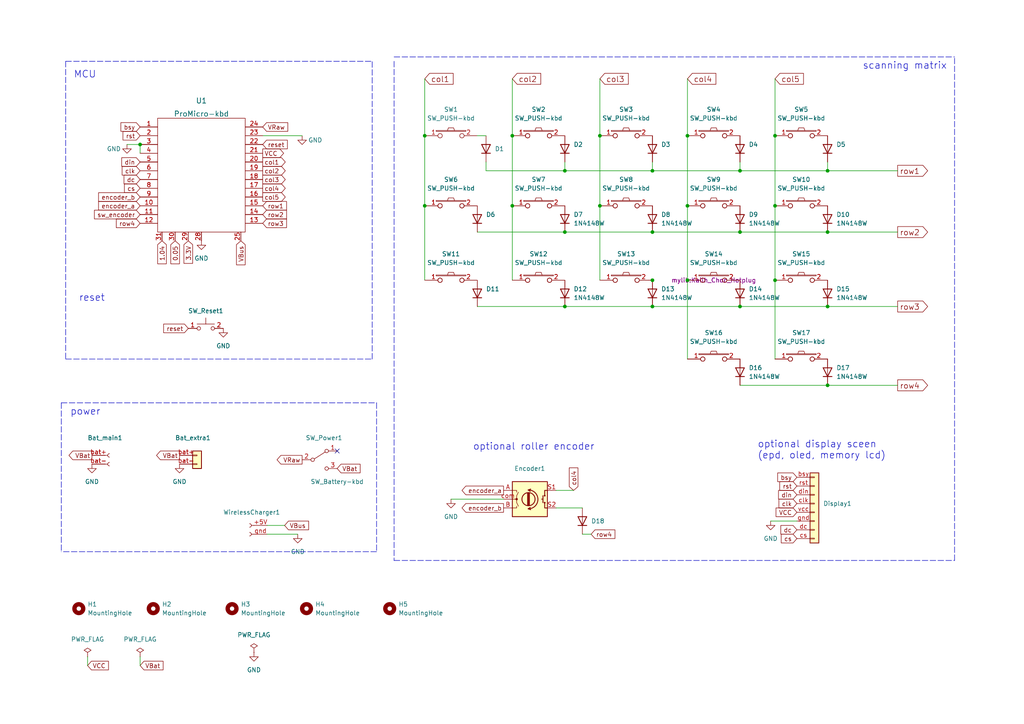
<source format=kicad_sch>
(kicad_sch (version 20211123) (generator eeschema)
  (paper "A4")
  (lib_symbols
    (symbol "Conn_01x02_Female_2" (pin_names (offset 1.016) hide)
      (property "Reference" "WirelessCharger1" (at 7.62 3.81 0))
      (symbol "Conn_01x02_Female_2_1_1"
        (arc (start 0 -2.032) (mid -0.508 -2.54) (end 0 -3.048) (stroke (width 0.1524)))
        (polyline (pts (xy -1.27 -2.54) (xy -0.508 -2.54)) (stroke (width 0.1524)))
        (polyline (pts (xy -1.27 0) (xy -0.508 0)) (stroke (width 0.1524)))
        (arc (start 0 0.508) (mid -0.508 0) (end 0 -0.508) (stroke (width 0.1524)))
        (pin passive line (at -5.08 0 0) (length 3.81) (name "+5V") (number "+5V"))
        (pin passive line (at -5.08 -2.54 0) (length 3.81) (name "GND") (number "gnd"))
      )
    )
    (symbol "Mechanical:MountingHole" (pin_names (offset 1.016))
      (property "Reference" "H" (at 0 5.08 0))
      (property "Value" "MountingHole" (at 0 3.175 0))
      (symbol "MountingHole_0_1"
        (circle (center 0 0) (radius 1.27) (stroke (width 1.27)))
      )
    )
    (symbol "mysymbol:1N4148W" (pin_numbers hide) (pin_names (offset 1.016) hide)
      (property "Reference" "D?" (at 2.54 1.2701 90))
      (symbol "1N4148W_0_1"
        (polyline (pts (xy -1.27 1.27) (xy -1.27 -1.27)) (stroke (width 0.254)))
        (polyline (pts (xy 1.27 0) (xy -1.27 0)))
        (polyline (pts (xy 1.27 1.27) (xy 1.27 -1.27) (xy -1.27 0) (xy 1.27 1.27)) (stroke (width 0.254)))
      )
      (symbol "1N4148W_1_1"
        (pin passive line (at -3.81 0 0) (length 2.54) (name "K") (number "1"))
        (pin passive line (at 3.81 0 180) (length 2.54) (name "A") (number "2"))
      )
    )
    (symbol "mysymbol:Conn_Battery_pluggable" (pin_names (offset 1.016) hide)
      (property "Reference" "J?" (at 2.54 0.0001 0))
      (property "Value" "Conn_Battery_pluggable" (at 2.54 -2.5399 0))
      (symbol "Conn_Battery_pluggable_1_1"
        (rectangle (start -1.27 -2.413) (end 0 -2.667) (stroke (width 0.1524)))
        (rectangle (start -1.27 0.127) (end 0 -0.127) (stroke (width 0.1524)))
        (rectangle (start -1.27 1.27) (end 1.27 -3.81) (stroke (width 0.254)) (fill (type background)))
        (pin passive line (at -5.08 0 0) (length 3.81) (name "Bat+") (number "bat+"))
        (pin passive line (at -5.08 -2.54 0) (length 3.81) (name "Bat-") (number "bat-"))
      )
    )
    (symbol "mysymbol:Conn_Battery_solderable" (pin_names (offset 1.016) hide)
      (property "Reference" "J?" (at 1.27 0.0001 0))
      (property "Value" "Conn_Battery_solderable" (at 1.27 -2.5399 0))
      (symbol "Conn_Battery_solderable_1_1"
        (arc (start 0 -2.032) (mid -0.508 -2.54) (end 0 -3.048) (stroke (width 0.1524)))
        (polyline (pts (xy -1.27 -2.54) (xy -0.508 -2.54)) (stroke (width 0.1524)))
        (polyline (pts (xy -1.27 0) (xy -0.508 0)) (stroke (width 0.1524)))
        (arc (start 0 0.508) (mid -0.508 0) (end 0 -0.508) (stroke (width 0.1524)))
        (pin passive line (at -5.08 0 0) (length 3.81) (name "Bat+") (number "bat+"))
        (pin passive line (at -5.08 -2.54 0) (length 3.81) (name "Bat-") (number "bat-"))
      )
    )
    (symbol "mysymbol:Conn_Display_general" (pin_names (offset 1.016) hide)
      (property "Reference" "J?" (at 2.54 0.0001 0))
      (property "Value" "Conn_Display_general" (at 2.54 -2.5399 0))
      (symbol "Conn_Display_general_1_1"
        (rectangle (start -1.27 -10.033) (end 0 -10.287) (stroke (width 0.1524)))
        (rectangle (start -1.27 -7.493) (end 0 -7.747) (stroke (width 0.1524)))
        (rectangle (start -1.27 -4.953) (end 0 -5.207) (stroke (width 0.1524)))
        (rectangle (start -1.27 -2.413) (end 0 -2.667) (stroke (width 0.1524)))
        (rectangle (start -1.27 0.127) (end 0 -0.127) (stroke (width 0.1524)))
        (rectangle (start -1.27 2.667) (end 0 2.413) (stroke (width 0.1524)))
        (rectangle (start -1.27 5.207) (end 0 4.953) (stroke (width 0.1524)))
        (rectangle (start -1.27 7.747) (end 0 7.493) (stroke (width 0.1524)))
        (rectangle (start -1.27 8.89) (end 1.27 -11.43) (stroke (width 0.254)) (fill (type background)))
        (pin passive line (at -5.08 7.62 0) (length 3.81) (name "BSY") (number "bsy"))
        (pin passive line (at -5.08 0 0) (length 3.81) (name "CLK") (number "clk"))
        (pin passive line (at -5.08 -10.16 0) (length 3.81) (name "CS") (number "cs"))
        (pin passive line (at -5.08 -7.62 0) (length 3.81) (name "DC") (number "dc"))
        (pin passive line (at -5.08 2.54 0) (length 3.81) (name "DIN") (number "din"))
        (pin passive line (at -5.08 -5.08 0) (length 3.81) (name "GND") (number "gnd"))
        (pin passive line (at -5.08 5.08 0) (length 3.81) (name "RST") (number "rst"))
        (pin passive line (at -5.08 -2.54 0) (length 3.81) (name "VCC") (number "vcc"))
      )
    )
    (symbol "mysymbol:ProMacro-Lite-Partial" (pin_names (offset 1.016) hide)
      (property "Reference" "U1" (at 0 24.13 0))
      (property "Value" "ProMacro-Lite-Partial" (at 0 13.97 0))
      (symbol "ProMacro-Lite-Partial_0_1"
        (rectangle (start -12.7 21.59) (end 12.7 -11.43))
      )
      (symbol "ProMacro-Lite-Partial_1_1"
        (pin bidirectional line (at -17.78 19.05 0) (length 5.08) (name "TX") (number "1"))
        (pin bidirectional line (at -17.78 -3.81 0) (length 5.08) (name "E6") (number "10"))
        (pin bidirectional line (at -17.78 -6.35 0) (length 5.08) (name "B4") (number "11"))
        (pin bidirectional line (at -17.78 -8.89 0) (length 5.08) (name "B5") (number "12"))
        (pin bidirectional line (at 17.78 -8.89 180) (length 5.08) (name "B6") (number "13"))
        (pin bidirectional line (at 17.78 -6.35 180) (length 5.08) (name "B2") (number "14"))
        (pin bidirectional line (at 17.78 -3.81 180) (length 5.08) (name "B3") (number "15"))
        (pin bidirectional line (at 17.78 -1.27 180) (length 5.08) (name "B1") (number "16"))
        (pin bidirectional line (at 17.78 1.27 180) (length 5.08) (name "F7") (number "17"))
        (pin bidirectional line (at 17.78 3.81 180) (length 5.08) (name "F6") (number "18"))
        (pin bidirectional line (at 17.78 6.35 180) (length 5.08) (name "F5") (number "19"))
        (pin bidirectional line (at -17.78 16.51 0) (length 5.08) (name "RX") (number "2"))
        (pin bidirectional line (at 17.78 8.89 180) (length 5.08) (name "F4") (number "20"))
        (pin power_in line (at 17.78 11.43 180) (length 5.08) (name "VCC") (number "21"))
        (pin input line (at 17.78 13.97 180) (length 5.08) (name "RST") (number "22"))
        (pin power_in line (at 17.78 16.51 180) (length 5.08) (name "GND") (number "23"))
        (pin power_out line (at 17.78 19.05 180) (length 5.08) (name "RAW") (number "24"))
        (pin power_in line (at 11.43 -13.97 90) (length 2.54) (name "vbus") (number "25"))
        (pin power_in line (at 0 -13.97 90) (length 2.54) (name "gnd") (number "28"))
        (pin power_out line (at -3.81 -13.97 90) (length 2.54) (name "3.3V") (number "29"))
        (pin power_in line (at -17.78 13.97 0) (length 5.08) (name "GND") (number "3"))
        (pin bidirectional line (at -7.62 -13.97 90) (length 2.54) (name "30") (number "30"))
        (pin bidirectional line (at -11.43 -13.97 90) (length 2.54) (name "31") (number "31"))
        (pin power_in line (at -17.78 11.43 0) (length 5.08) (name "GND") (number "4"))
        (pin bidirectional line (at -17.78 8.89 0) (length 5.08) (name "SDA") (number "5"))
        (pin bidirectional line (at -17.78 6.35 0) (length 5.08) (name "SCL") (number "6"))
        (pin bidirectional line (at -17.78 3.81 0) (length 5.08) (name "D4") (number "7"))
        (pin bidirectional line (at -17.78 1.27 0) (length 5.08) (name "C6") (number "8"))
        (pin bidirectional line (at -17.78 -1.27 0) (length 5.08) (name "D7") (number "9"))
      )
    )
    (symbol "mysymbol:RotaryEncoder" (pin_names (offset 0.254) hide)
      (property "Reference" "SW?" (at 0 10.16 0))
      (property "Value" "RotaryEncoder" (at 0 7.62 0))
      (symbol "RotaryEncoder_0_1"
        (rectangle (start -5.08 5.08) (end 5.08 -5.08) (stroke (width 0.254)) (fill (type background)))
        (circle (center -3.81 0) (radius 0.254) (fill (type outline)))
        (arc (start -0.381 -2.794) (mid 2.3622 -0.0508) (end -0.381 2.667) (stroke (width 0.254)))
        (circle (center -0.381 0) (radius 1.905) (stroke (width 0.254)))
        (polyline (pts (xy -0.635 -1.778) (xy -0.635 1.778)) (stroke (width 0.254)))
        (polyline (pts (xy -0.381 -1.778) (xy -0.381 1.778)) (stroke (width 0.254)))
        (polyline (pts (xy -0.127 1.778) (xy -0.127 -1.778)) (stroke (width 0.254)))
        (polyline (pts (xy 3.81 0) (xy 3.429 0)) (stroke (width 0.254)))
        (polyline (pts (xy 3.81 1.016) (xy 3.81 -1.016)) (stroke (width 0.254)))
        (polyline (pts (xy -5.08 -2.54) (xy -3.81 -2.54) (xy -3.81 -2.032)))
        (polyline (pts (xy -5.08 2.54) (xy -3.81 2.54) (xy -3.81 2.032)))
        (polyline (pts (xy 0.254 -3.048) (xy -0.508 -2.794) (xy 0.127 -2.413)) (stroke (width 0.254)))
        (polyline (pts (xy 0.254 2.921) (xy -0.508 2.667) (xy 0.127 2.286)) (stroke (width 0.254)))
        (polyline (pts (xy 5.08 -2.54) (xy 4.318 -2.54) (xy 4.318 -1.016)) (stroke (width 0.254)))
        (polyline (pts (xy 5.08 2.54) (xy 4.318 2.54) (xy 4.318 1.016)) (stroke (width 0.254)))
        (polyline (pts (xy -5.08 0) (xy -3.81 0) (xy -3.81 -1.016) (xy -3.302 -2.032)))
        (polyline (pts (xy -4.318 0) (xy -3.81 0) (xy -3.81 1.016) (xy -3.302 2.032)))
        (circle (center 4.318 -1.016) (radius 0.127) (stroke (width 0.254)))
        (circle (center 4.318 1.016) (radius 0.127) (stroke (width 0.254)))
      )
      (symbol "RotaryEncoder_1_1"
        (pin passive line (at -7.62 2.54 0) (length 2.54) (name "A") (number "A"))
        (pin passive line (at -7.62 -2.54 0) (length 2.54) (name "B") (number "B"))
        (pin passive line (at 7.62 2.54 180) (length 2.54) (name "S1") (number "S1"))
        (pin passive line (at 7.62 -2.54 180) (length 2.54) (name "S2") (number "S2"))
        (pin passive line (at -7.62 0 0) (length 2.54) (name "COM") (number "com"))
      )
    )
    (symbol "mysymbol:SW_Battery-kbd" (pin_names (offset 0) hide)
      (property "Reference" "SW_Battery?" (at 7.62 4.3476 0))
      (property "Value" "SW_Battery-kbd" (at 5.08 -6.35 0))
      (symbol "SW_Battery-kbd_0_0"
        (circle (center -2.032 0) (radius 0.508))
        (circle (center 2.032 -2.54) (radius 0.508))
      )
      (symbol "SW_Battery-kbd_0_1"
        (polyline (pts (xy -1.524 0.254) (xy 1.651 2.286)))
        (circle (center 2.032 2.54) (radius 0.508))
      )
      (symbol "SW_Battery-kbd_1_1"
        (pin passive line (at 5.08 2.54 180) (length 2.54) (name "A") (number "1"))
        (pin passive line (at -5.08 0 0) (length 2.54) (name "B") (number "2"))
        (pin passive line (at 5.08 -2.54 180) (length 2.54) (name "C") (number "3"))
      )
    )
    (symbol "mysymbol:SW_PUSH-kbd" (pin_names (offset 1.016) hide)
      (property "Reference" "SW1" (at 3.81 2.794 0))
      (symbol "SW_PUSH-kbd_0_1"
        (rectangle (start -4.318 1.27) (end 4.318 1.524))
        (polyline (pts (xy -1.016 1.524) (xy -0.762 2.286) (xy 0.762 2.286) (xy 1.016 1.524)))
        (pin passive inverted (at -7.62 0 0) (length 5.08) (name "1") (number "1"))
        (pin passive inverted (at 7.62 0 180) (length 5.08) (name "2") (number "2"))
      )
    )
    (symbol "mysymbol:SW_RESET-kbd" (pin_names (offset 1.016) hide)
      (property "Reference" "RSW?" (at 0 7.239 0))
      (property "Value" "SW_RESET-kbd" (at 0 4.9276 0))
      (symbol "SW_RESET-kbd_0_1"
        (circle (center -2.032 0) (radius 0.508))
        (polyline (pts (xy 0 1.27) (xy 0 3.048)))
        (polyline (pts (xy 2.54 1.27) (xy -2.54 1.27)))
        (circle (center 2.032 0) (radius 0.508))
        (pin passive line (at -5.08 0 0) (length 2.54) (name "1") (number "1"))
        (pin passive line (at 5.08 0 180) (length 2.54) (name "2") (number "2"))
      )
    )
    (symbol "power:GND" (power) (pin_names (offset 0))
      (property "Value" "GND" (at 0 -3.81 0))
      (symbol "GND_0_1"
        (polyline (pts (xy 0 0) (xy 0 -1.27) (xy 1.27 -1.27) (xy 0 -2.54) (xy -1.27 -1.27) (xy 0 -1.27)))
      )
      (symbol "GND_1_1"
        (pin power_in line (at 0 0 270) (length 0) hide (name "GND") (number "1"))
      )
    )
    (symbol "power:PWR_FLAG" (power) (pin_numbers hide) (pin_names (offset 0) hide)
      (property "Value" "PWR_FLAG" (at 0 3.81 0))
      (symbol "PWR_FLAG_0_0"
        (pin power_out line (at 0 0 90) (length 0) (name "pwr") (number "1"))
      )
      (symbol "PWR_FLAG_0_1"
        (polyline (pts (xy 0 0) (xy 0 1.27) (xy -1.016 1.905) (xy 0 2.54) (xy 1.016 1.905) (xy 0 1.27)))
      )
    )
  )
  (junction (at 240.03 49.53))
  (junction (at 214.63 49.53))
  (junction (at 240.03 111.76))
  (junction (at 163.83 67.31))
  (junction (at 148.59 59.69))
  (junction (at 214.63 88.9))
  (junction (at 189.23 67.31))
  (junction (at 173.99 59.69))
  (junction (at 224.79 39.37))
  (junction (at 189.23 81.28))
  (junction (at 123.19 39.37))
  (junction (at 224.79 81.28))
  (junction (at 224.79 59.69))
  (junction (at 163.83 88.9))
  (junction (at 189.23 88.9))
  (junction (at 240.03 88.9))
  (junction (at 240.03 67.31))
  (junction (at 199.39 39.37))
  (junction (at 40.64 41.91))
  (junction (at 173.99 39.37))
  (junction (at 163.83 49.53))
  (junction (at 214.63 67.31))
  (junction (at 123.19 59.69))
  (junction (at 148.59 39.37))
  (junction (at 199.39 81.28))
  (junction (at 189.23 49.53))
  (junction (at 199.39 59.69))
  (no_connect (at 97.79 130.81))
  (wire (pts (xy 199.39 81.28) (xy 199.39 104.14)))
  (wire (pts (xy 187.96 81.28) (xy 189.23 81.28)))
  (wire (pts (xy 77.47 152.4) (xy 82.55 152.4)))
  (wire (pts (xy 240.03 88.9) (xy 260.35 88.9)))
  (wire (pts (xy 240.03 46.99) (xy 240.03 49.53)))
  (wire (pts (xy 240.03 67.31) (xy 260.35 67.31)))
  (wire (pts (xy 138.43 39.37) (xy 140.97 39.37)))
  (wire (pts (xy 138.43 88.9) (xy 163.83 88.9)))
  (wire (pts (xy 199.39 59.69) (xy 199.39 81.28)))
  (polyline (pts (xy 114.3 16.51) (xy 276.86 16.51)))
  (polyline (pts (xy 107.95 104.14) (xy 107.95 17.78)))
  (wire (pts (xy 189.23 49.53) (xy 214.63 49.53)))
  (wire (pts (xy 214.63 46.99) (xy 214.63 49.53)))
  (wire (pts (xy 189.23 67.31) (xy 214.63 67.31)))
  (wire (pts (xy 163.83 49.53) (xy 189.23 49.53)))
  (wire (pts (xy 36.83 41.91) (xy 40.64 41.91)))
  (wire (pts (xy 189.23 88.9) (xy 214.63 88.9)))
  (wire (pts (xy 214.63 111.76) (xy 240.03 111.76)))
  (wire (pts (xy 224.79 59.69) (xy 224.79 81.28)))
  (polyline (pts (xy 109.22 116.84) (xy 109.22 160.02)))
  (polyline (pts (xy 276.86 162.56) (xy 276.86 16.51)))
  (wire (pts (xy 173.99 39.37) (xy 173.99 59.69)))
  (wire (pts (xy 123.19 59.69) (xy 123.19 81.28)))
  (wire (pts (xy 168.91 147.32) (xy 161.29 147.32)))
  (polyline (pts (xy 109.22 160.02) (xy 17.78 160.02)))
  (wire (pts (xy 171.45 154.94) (xy 168.91 154.94)))
  (wire (pts (xy 199.39 39.37) (xy 199.39 59.69)))
  (wire (pts (xy 148.59 22.86) (xy 148.59 39.37)))
  (polyline (pts (xy 17.78 116.84) (xy 17.78 160.02)))
  (wire (pts (xy 240.03 111.76) (xy 260.35 111.76)))
  (wire (pts (xy 123.19 39.37) (xy 123.19 59.69)))
  (wire (pts (xy 40.64 193.04) (xy 40.64 190.5)))
  (wire (pts (xy 140.97 49.53) (xy 163.83 49.53)))
  (wire (pts (xy 148.59 39.37) (xy 148.59 59.69)))
  (polyline (pts (xy 19.05 17.78) (xy 19.05 104.14)))
  (wire (pts (xy 163.83 88.9) (xy 189.23 88.9)))
  (wire (pts (xy 199.39 22.86) (xy 199.39 39.37)))
  (wire (pts (xy 173.99 22.86) (xy 173.99 39.37)))
  (polyline (pts (xy 114.3 17.78) (xy 114.3 162.56)))
  (wire (pts (xy 140.97 46.99) (xy 140.97 49.53)))
  (polyline (pts (xy 19.05 17.78) (xy 107.95 17.78)))
  (wire (pts (xy 163.83 46.99) (xy 163.83 49.53)))
  (wire (pts (xy 87.63 39.37) (xy 76.2 39.37)))
  (wire (pts (xy 138.43 67.31) (xy 163.83 67.31)))
  (wire (pts (xy 224.79 22.86) (xy 224.79 39.37)))
  (wire (pts (xy 224.79 39.37) (xy 224.79 59.69)))
  (wire (pts (xy 189.23 46.99) (xy 189.23 49.53)))
  (polyline (pts (xy 19.05 104.14) (xy 107.95 104.14)))
  (wire (pts (xy 214.63 67.31) (xy 240.03 67.31)))
  (polyline (pts (xy 17.78 116.84) (xy 109.22 116.84)))
  (wire (pts (xy 214.63 88.9) (xy 240.03 88.9)))
  (wire (pts (xy 166.37 142.24) (xy 161.29 142.24)))
  (wire (pts (xy 163.83 67.31) (xy 189.23 67.31)))
  (wire (pts (xy 240.03 49.53) (xy 260.35 49.53)))
  (wire (pts (xy 223.52 151.13) (xy 231.14 151.13)))
  (wire (pts (xy 40.64 41.91) (xy 40.64 44.45)))
  (wire (pts (xy 130.81 144.78) (xy 146.05 144.78)))
  (polyline (pts (xy 114.3 162.56) (xy 276.86 162.56)))
  (wire (pts (xy 77.47 154.94) (xy 86.36 154.94)))
  (wire (pts (xy 25.4 193.04) (xy 25.4 190.5)))
  (wire (pts (xy 214.63 49.53) (xy 240.03 49.53)))
  (wire (pts (xy 173.99 59.69) (xy 173.99 81.28)))
  (wire (pts (xy 148.59 59.69) (xy 148.59 81.28)))
  (wire (pts (xy 224.79 81.28) (xy 224.79 104.14)))
  (wire (pts (xy 123.19 22.86) (xy 123.19 39.37)))
  (text "scanning matrix" (at 250.19 20.32 0) (effects (font (size 2 2)) (justify left bottom)))
  (text "optional roller encoder" (at 137.16 130.81 0) (effects (font (size 2 2)) (justify left bottom)))
  (text "reset" (at 30.48 87.63 180) (effects (font (size 2 2)) (justify right bottom)))
  (text "power" (at 29.21 120.65 180) (effects (font (size 2 2)) (justify right bottom)))
  (text "optional display sceen\n(epd, oled, memory lcd)" (at 219.71 133.35 0) (effects (font (size 2 2)) (justify left bottom)))
  (text "MCU" (at 27.94 22.86 180) (effects (font (size 2 2)) (justify right bottom)))
  (global_label "col4" (shape input) (at 166.37 142.24 90) (property "Intersheet References" "${INTERSHEET_REFS}" (effects hide)))
  (global_label "sw_encoder" (shape input) (at 40.64 62.23 180) (property "Intersheet References" "${INTERSHEET_REFS}" (effects hide)))
  (global_label "encoder_b" (shape input) (at 40.64 57.15 180) (property "Intersheet References" "${INTERSHEET_REFS}" (effects hide)))
  (global_label "encoder_b" (shape output) (at 146.05 147.32 180) (property "Intersheet References" "${INTERSHEET_REFS}" (effects hide)))
  (global_label "col2" (shape output) (at 76.2 49.53 0) (property "Intersheet References" "${INTERSHEET_REFS}" (effects hide)))
  (global_label "col4" (shape input) (at 199.39 22.86 0) (effects (font (size 1.6 1.6))) (property "Intersheet References" "${INTERSHEET_REFS}" (effects hide)))
  (global_label "encoder_a" (shape output) (at 146.05 142.24 180) (property "Intersheet References" "${INTERSHEET_REFS}" (effects hide)))
  (global_label "VRaw" (shape output) (at 87.63 133.35 180) (property "Intersheet References" "${INTERSHEET_REFS}" (effects hide)))
  (global_label "reset" (shape input) (at 54.61 95.25 180) (property "Intersheet References" "${INTERSHEET_REFS}" (effects hide)))
  (global_label "col5" (shape input) (at 224.79 22.86 0) (effects (font (size 1.6 1.6))) (property "Intersheet References" "${INTERSHEET_REFS}" (effects hide)))
  (global_label "VBat" (shape output) (at 26.67 132.08 180) (property "Intersheet References" "${INTERSHEET_REFS}" (effects hide)))
  (global_label "1.04" (shape input) (at 46.99 69.85 270) (property "Intersheet References" "${INTERSHEET_REFS}" (effects hide)))
  (global_label "row2" (shape input) (at 76.2 62.23 0) (property "Intersheet References" "${INTERSHEET_REFS}" (effects hide)))
  (global_label "VRaw" (shape input) (at 76.2 36.83 0) (property "Intersheet References" "${INTERSHEET_REFS}" (effects hide)))
  (global_label "col1" (shape output) (at 76.2 46.99 0) (property "Intersheet References" "${INTERSHEET_REFS}" (effects hide)))
  (global_label "VCC" (shape output) (at 76.2 44.45 0) (property "Intersheet References" "${INTERSHEET_REFS}" (effects hide)))
  (global_label "VBus" (shape input) (at 69.85 69.85 270) (property "Intersheet References" "${INTERSHEET_REFS}" (effects hide)))
  (global_label "din" (shape input) (at 231.14 143.51 180) (property "Intersheet References" "${INTERSHEET_REFS}" (effects hide)))
  (global_label "col3" (shape output) (at 76.2 52.07 0) (property "Intersheet References" "${INTERSHEET_REFS}" (effects hide)))
  (global_label "dc" (shape input) (at 40.64 52.07 180) (property "Intersheet References" "${INTERSHEET_REFS}" (effects hide)))
  (global_label "col5" (shape output) (at 76.2 57.15 0) (property "Intersheet References" "${INTERSHEET_REFS}" (effects hide)))
  (global_label "row2" (shape output) (at 260.35 67.31 0) (effects (font (size 1.6 1.6))) (property "Intersheet References" "${INTERSHEET_REFS}" (effects hide)))
  (global_label "VBat" (shape output) (at 52.07 132.08 180) (property "Intersheet References" "${INTERSHEET_REFS}" (effects hide)))
  (global_label "VBat" (shape input) (at 40.64 193.04 0) (property "Intersheet References" "${INTERSHEET_REFS}" (effects hide)))
  (global_label "cs" (shape input) (at 40.64 54.61 180) (property "Intersheet References" "${INTERSHEET_REFS}" (effects hide)))
  (global_label "row3" (shape output) (at 260.35 88.9 0) (effects (font (size 1.6 1.6))) (property "Intersheet References" "${INTERSHEET_REFS}" (effects hide)))
  (global_label "cs" (shape input) (at 231.14 156.21 180) (property "Intersheet References" "${INTERSHEET_REFS}" (effects hide)))
  (global_label "encoder_a" (shape input) (at 40.64 59.69 180) (property "Intersheet References" "${INTERSHEET_REFS}" (effects hide)))
  (global_label "col2" (shape input) (at 148.59 22.86 0) (effects (font (size 1.6 1.6))) (property "Intersheet References" "${INTERSHEET_REFS}" (effects hide)))
  (global_label "reset" (shape input) (at 76.2 41.91 0) (property "Intersheet References" "${INTERSHEET_REFS}" (effects hide)))
  (global_label "3.3V" (shape input) (at 54.61 69.85 270) (property "Intersheet References" "${INTERSHEET_REFS}" (effects hide)))
  (global_label "rst" (shape input) (at 40.64 39.37 180) (property "Intersheet References" "${INTERSHEET_REFS}" (effects hide)))
  (global_label "VCC" (shape input) (at 231.14 148.59 180) (property "Intersheet References" "${INTERSHEET_REFS}" (effects hide)))
  (global_label "bsy" (shape input) (at 231.14 138.43 180) (property "Intersheet References" "${INTERSHEET_REFS}" (effects hide)))
  (global_label "VBus" (shape input) (at 82.55 152.4 0) (property "Intersheet References" "${INTERSHEET_REFS}" (effects hide)))
  (global_label "row4" (shape input) (at 171.45 154.94 0) (property "Intersheet References" "${INTERSHEET_REFS}" (effects hide)))
  (global_label "clk" (shape input) (at 231.14 146.05 180) (property "Intersheet References" "${INTERSHEET_REFS}" (effects hide)))
  (global_label "bsy" (shape input) (at 40.64 36.83 180) (property "Intersheet References" "${INTERSHEET_REFS}" (effects hide)))
  (global_label "row3" (shape input) (at 76.2 64.77 0) (property "Intersheet References" "${INTERSHEET_REFS}" (effects hide)))
  (global_label "din" (shape input) (at 40.64 46.99 180) (property "Intersheet References" "${INTERSHEET_REFS}" (effects hide)))
  (global_label "VCC" (shape input) (at 25.4 193.04 0) (property "Intersheet References" "${INTERSHEET_REFS}" (effects hide)))
  (global_label "col3" (shape input) (at 173.99 22.86 0) (effects (font (size 1.6 1.6))) (property "Intersheet References" "${INTERSHEET_REFS}" (effects hide)))
  (global_label "dc" (shape input) (at 231.14 153.67 180) (property "Intersheet References" "${INTERSHEET_REFS}" (effects hide)))
  (global_label "row4" (shape output) (at 260.35 111.76 0) (effects (font (size 1.6 1.6))) (property "Intersheet References" "${INTERSHEET_REFS}" (effects hide)))
  (global_label "col1" (shape input) (at 123.19 22.86 0) (effects (font (size 1.6 1.6))) (property "Intersheet References" "${INTERSHEET_REFS}" (effects hide)))
  (global_label "0.05" (shape input) (at 50.8 69.85 270) (property "Intersheet References" "${INTERSHEET_REFS}" (effects hide)))
  (global_label "col4" (shape output) (at 76.2 54.61 0) (property "Intersheet References" "${INTERSHEET_REFS}" (effects hide)))
  (global_label "row4" (shape input) (at 40.64 64.77 180) (property "Intersheet References" "${INTERSHEET_REFS}" (effects hide)))
  (global_label "row1" (shape input) (at 76.2 59.69 0) (property "Intersheet References" "${INTERSHEET_REFS}" (effects hide)))
  (global_label "clk" (shape input) (at 40.64 49.53 180) (property "Intersheet References" "${INTERSHEET_REFS}" (effects hide)))
  (global_label "VBat" (shape input) (at 97.79 135.89 0) (property "Intersheet References" "${INTERSHEET_REFS}" (effects hide)))
  (global_label "row1" (shape output) (at 260.35 49.53 0) (effects (font (size 1.6 1.6))) (property "Intersheet References" "${INTERSHEET_REFS}" (effects hide)))
  (global_label "rst" (shape input) (at 231.14 140.97 180) (property "Intersheet References" "${INTERSHEET_REFS}" (effects hide)))
  (symbol (lib_id "mysymbol:SW_PUSH-kbd") (at 232.41 104.14 0) (unit 1)
    (property "Reference" "SW17" (at 232.41 96.52 0))
    (property "Value" "SW_PUSH-kbd" (at 232.41 99.06 0))
    (property "Footprint" "mylib:Kailh_Choc_Hotplug" (effects hide))
  )
  (symbol (lib_id "mysymbol:1N4148W") (at 240.03 43.18 90) (unit 1)
    (property "Reference" "D5" (at 242.57 41.9099 90) (effects (justify right)))
    (property "Value" "1N4148W" (effects hide))
    (property "Footprint" "mylib:Diode_SOD-123_reversible" (effects hide))
    (property "Datasheet" "https://www.vishay.com/docs/85748/1n4148w.pdf" (effects hide))
  )
  (symbol (lib_id "mysymbol:SW_PUSH-kbd") (at 130.81 39.37 0) (unit 1)
    (property "Reference" "SW1" (at 130.81 31.75 0))
    (property "Value" "SW_PUSH-kbd" (at 130.81 34.29 0))
    (property "Footprint" "mylib:Kailh_Choc_Hotplug" (effects hide))
  )
  (symbol (lib_id "mysymbol:SW_PUSH-kbd") (at 207.01 81.28 0) (unit 1)
    (property "Reference" "SW14" (at 207.01 73.66 0))
    (property "Value" "SW_PUSH-kbd" (at 207.01 76.2 0))
    (property "Footprint" "mylib:Kailh_Choc_Hotplug" (at 207.01 81.28 0))
  )
  (symbol (lib_id "mysymbol:SW_PUSH-kbd") (at 181.61 39.37 0) (unit 1)
    (property "Reference" "SW3" (at 181.61 31.75 0))
    (property "Value" "SW_PUSH-kbd" (at 181.61 34.29 0))
    (property "Footprint" "mylib:Kailh_Choc_Hotplug" (effects hide))
  )
  (symbol (lib_id "power:GND") (at 26.67 134.62 0) (unit 1)
    (property "Reference" "#PWR0105" (effects hide))
    (property "Value" "GND" (at 26.67 139.7 0))
  )
  (symbol (lib_id "mysymbol:1N4148W") (at 189.23 43.18 90) (unit 1)
    (property "Reference" "D3" (at 191.77 41.9099 90) (effects (justify right)))
    (property "Value" "1N4148W" (effects hide))
    (property "Footprint" "mylib:Diode_SOD-123_reversible" (effects hide))
    (property "Datasheet" "https://www.vishay.com/docs/85748/1n4148w.pdf" (effects hide))
  )
  (symbol (lib_id "mysymbol:SW_PUSH-kbd") (at 130.81 81.28 0) (unit 1)
    (property "Reference" "SW11" (at 130.81 73.66 0))
    (property "Value" "SW_PUSH-kbd" (at 130.81 76.2 0))
    (property "Footprint" "mylib:Kailh_Choc_Hotplug" (effects hide))
  )
  (symbol (lib_id "mysymbol:1N4148W") (at 138.43 85.09 90) (unit 1)
    (property "Reference" "D11" (at 140.97 83.8199 90) (effects (justify right)))
    (property "Value" "1N4148W" (effects hide))
    (property "Footprint" "mylib:Diode_SOD-123_reversible" (effects hide))
    (property "Datasheet" "https://www.vishay.com/docs/85748/1n4148w.pdf" (effects hide))
  )
  (symbol (lib_id "mysymbol:SW_PUSH-kbd") (at 181.61 81.28 0) (unit 1)
    (property "Reference" "SW13" (at 181.61 73.66 0))
    (property "Value" "SW_PUSH-kbd" (at 181.61 76.2 0))
    (property "Footprint" "mylib:Kailh_Choc_reversible" (effects hide))
  )
  (symbol (lib_id "mysymbol:SW_PUSH-kbd") (at 207.01 104.14 0) (unit 1)
    (property "Reference" "SW16" (at 207.01 96.52 0))
    (property "Value" "SW_PUSH-kbd" (at 207.01 99.06 0))
    (property "Footprint" "mylib:Kailh_Choc_Hotplug" (effects hide))
  )
  (symbol (lib_id "power:GND") (at 58.42 69.85 0) (unit 1)
    (property "Reference" "#PWR0111" (effects hide))
    (property "Value" "GND" (at 58.42 74.93 0))
  )
  (symbol (lib_id "mysymbol:SW_PUSH-kbd") (at 156.21 81.28 0) (unit 1)
    (property "Reference" "SW12" (at 156.21 73.66 0))
    (property "Value" "SW_PUSH-kbd" (at 156.21 76.2 0))
    (property "Footprint" "mylib:Kailh_Choc_reversible" (effects hide))
  )
  (symbol (lib_id "mysymbol:SW_PUSH-kbd") (at 207.01 39.37 0) (unit 1)
    (property "Reference" "SW4" (at 207.01 31.75 0))
    (property "Value" "SW_PUSH-kbd" (at 207.01 34.29 0))
    (property "Footprint" "mylib:Kailh_Choc_Hotplug" (effects hide))
  )
  (symbol (lib_id "mysymbol:1N4148W") (at 189.23 63.5 90) (unit 1)
    (property "Reference" "D8" (at 191.77 62.2299 90) (effects (justify right)))
    (property "Value" "1N4148W" (at 191.77 64.7699 90) (effects (justify right)))
    (property "Footprint" "mylib:Diode_SOD-123_reversible" (effects hide))
    (property "Datasheet" "https://www.vishay.com/docs/85748/1n4148w.pdf" (effects hide))
  )
  (symbol (lib_id "mysymbol:SW_PUSH-kbd") (at 156.21 39.37 0) (unit 1)
    (property "Reference" "SW2" (at 156.21 31.75 0))
    (property "Value" "SW_PUSH-kbd" (at 156.21 34.29 0))
    (property "Footprint" "mylib:Kailh_Choc_Hotplug" (effects hide))
  )
  (symbol (lib_id "Mechanical:MountingHole") (at 67.31 176.53 0) (unit 1) (in_bom no)
    (property "Reference" "H3" (at 69.85 175.2599 0) (effects (justify left)))
    (property "Value" "MountingHole" (at 69.85 177.7999 0) (effects (justify left)))
    (property "Footprint" "MountingHole:MountingHole_2.2mm_M2_ISO7380_Pad_TopBottom" (effects hide))
  )
  (symbol (lib_id "mysymbol:Conn_Battery_pluggable") (at 57.15 132.08 0) (unit 1)
    (property "Reference" "Bat_extra1" (at 50.8 127 0) (effects (justify left)))
    (property "Value" "Conn_Battery_pluggable" (effects hide))
    (property "Footprint" "mylib:Battery_connector_lim_reversible" (effects hide))
  )
  (symbol (lib_id "mysymbol:RotaryEncoder") (at 153.67 144.78 0) (unit 1)
    (property "Reference" "Encoder1" (at 153.67 135.89 0))
    (property "Value" "RotaryEncoder" (effects hide))
    (property "Footprint" "mylib:RollerEncoder_Panasonic_EVQWGD001" (effects hide))
  )
  (symbol (lib_id "mysymbol:1N4148W") (at 168.91 151.13 90) (unit 1)
    (property "Reference" "D18" (at 171.45 151.1299 90) (effects (justify right)))
    (property "Value" "1N4148W" (effects hide))
    (property "Footprint" "mylib:Diode_SOD-123_reversible" (effects hide))
    (property "Datasheet" "https://www.vishay.com/docs/85748/1n4148w.pdf" (effects hide))
  )
  (symbol (lib_id "mysymbol:1N4148W") (at 240.03 107.95 90) (unit 1)
    (property "Reference" "D17" (at 242.57 106.6799 90) (effects (justify right)))
    (property "Value" "1N4148W" (at 242.57 109.2199 90) (effects (justify right)))
    (property "Footprint" "mylib:Diode_SOD-123_reversible" (effects hide))
    (property "Datasheet" "https://www.vishay.com/docs/85748/1n4148w.pdf" (effects hide))
  )
  (symbol (lib_id "mysymbol:1N4148W") (at 240.03 85.09 90) (unit 1)
    (property "Reference" "D15" (at 242.57 83.8199 90) (effects (justify right)))
    (property "Value" "1N4148W" (at 242.57 86.3599 90) (effects (justify right)))
    (property "Footprint" "mylib:Diode_SOD-123_reversible" (effects hide))
    (property "Datasheet" "https://www.vishay.com/docs/85748/1n4148w.pdf" (effects hide))
  )
  (symbol (lib_id "mysymbol:SW_PUSH-kbd") (at 181.61 59.69 0) (unit 1)
    (property "Reference" "SW8" (at 181.61 52.07 0))
    (property "Value" "SW_PUSH-kbd" (at 181.61 54.61 0))
    (property "Footprint" "mylib:Kailh_Choc_Hotplug" (effects hide))
  )
  (symbol (lib_id "power:GND") (at 87.63 39.37 0) (unit 1)
    (property "Reference" "#PWR0104" (effects hide))
    (property "Value" "GND" (at 91.44 40.64 0))
  )
  (symbol (lib_id "power:PWR_FLAG") (at 25.4 190.5 0) (unit 1)
    (property "Reference" "#FLG0101" (effects hide))
    (property "Value" "PWR_FLAG" (at 25.4 185.42 0))
  )
  (symbol (lib_id "power:PWR_FLAG") (at 73.66 189.23 0) (unit 1)
    (property "Reference" "#FLG0104" (effects hide))
    (property "Value" "PWR_FLAG" (at 73.66 184.15 0))
  )
  (symbol (lib_id "power:GND") (at 36.83 41.91 0) (unit 1)
    (property "Reference" "#PWR0103" (effects hide))
    (property "Value" "GND" (at 33.02 43.18 0))
  )
  (symbol (lib_id "mysymbol:SW_PUSH-kbd") (at 207.01 59.69 0) (unit 1)
    (property "Reference" "SW9" (at 207.01 52.07 0))
    (property "Value" "SW_PUSH-kbd" (at 207.01 54.61 0))
    (property "Footprint" "mylib:Kailh_Choc_Hotplug" (effects hide))
  )
  (symbol (lib_id "power:GND") (at 73.66 189.23 0) (unit 1)
    (property "Reference" "#PWR0110" (effects hide))
    (property "Value" "GND" (at 73.66 194.31 0))
  )
  (symbol (lib_id "mysymbol:SW_RESET-kbd") (at 59.69 95.25 0) (unit 1)
    (property "Reference" "SW_Reset1" (at 59.69 90.17 0))
    (property "Value" "SW_RESET-kbd" (effects hide))
    (property "Footprint" "mylib:SW_Reset_vertical" (effects hide))
  )
  (symbol (lib_id "power:GND") (at 64.77 95.25 0) (unit 1)
    (property "Reference" "#PWR0107" (effects hide))
    (property "Value" "GND" (at 64.77 100.33 0))
  )
  (symbol (lib_id "power:GND") (at 86.36 154.94 0) (unit 1)
    (property "Reference" "#PWR0109" (effects hide))
    (property "Value" "GND" (at 86.36 160.02 0))
  )
  (symbol (lib_id "power:PWR_FLAG") (at 40.64 190.5 0) (unit 1)
    (property "Reference" "#FLG0102" (effects hide))
    (property "Value" "PWR_FLAG" (at 40.64 185.42 0))
  )
  (symbol (lib_id "mysymbol:1N4148W") (at 163.83 63.5 90) (unit 1)
    (property "Reference" "D7" (at 166.37 62.2299 90) (effects (justify right)))
    (property "Value" "1N4148W" (at 166.37 64.7699 90) (effects (justify right)))
    (property "Footprint" "mylib:Diode_SOD-123_reversible" (effects hide))
    (property "Datasheet" "https://www.vishay.com/docs/85748/1n4148w.pdf" (effects hide))
  )
  (symbol (lib_id "Mechanical:MountingHole") (at 88.9 176.53 0) (unit 1) (in_bom no)
    (property "Reference" "H4" (at 91.44 175.2599 0) (effects (justify left)))
    (property "Value" "MountingHole" (at 91.44 177.7999 0) (effects (justify left)))
    (property "Footprint" "MountingHole:MountingHole_2.2mm_M2_ISO7380_Pad_TopBottom" (effects hide))
  )
  (symbol (lib_id "power:GND") (at 223.52 151.13 0) (unit 1)
    (property "Reference" "#PWR0101" (effects hide))
    (property "Value" "GND" (at 223.52 156.21 0))
  )
  (symbol (lib_id "mysymbol:SW_PUSH-kbd") (at 130.81 59.69 0) (unit 1)
    (property "Reference" "SW6" (at 130.81 52.07 0))
    (property "Value" "SW_PUSH-kbd" (at 130.81 54.61 0))
    (property "Footprint" "mylib:Kailh_Choc_Hotplug" (effects hide))
  )
  (symbol (lib_id "mysymbol:1N4148W") (at 214.63 63.5 90) (unit 1)
    (property "Reference" "D9" (at 217.17 62.2299 90) (effects (justify right)))
    (property "Value" "1N4148W" (at 217.17 64.7699 90) (effects (justify right)))
    (property "Footprint" "mylib:Diode_SOD-123_reversible" (effects hide))
    (property "Datasheet" "https://www.vishay.com/docs/85748/1n4148w.pdf" (effects hide))
  )
  (symbol (lib_id "mysymbol:SW_PUSH-kbd") (at 232.41 81.28 0) (unit 1)
    (property "Reference" "SW15" (at 232.41 73.66 0))
    (property "Value" "SW_PUSH-kbd" (at 232.41 76.2 0))
    (property "Footprint" "mylib:Kailh_Choc_Hotplug" (effects hide))
  )
  (symbol (lib_id "mysymbol:1N4148W") (at 214.63 107.95 90) (unit 1)
    (property "Reference" "D16" (at 217.17 106.6799 90) (effects (justify right)))
    (property "Value" "1N4148W" (at 217.17 109.2199 90) (effects (justify right)))
    (property "Footprint" "mylib:Diode_SOD-123_reversible" (effects hide))
    (property "Datasheet" "https://www.vishay.com/docs/85748/1n4148w.pdf" (effects hide))
  )
  (symbol (lib_id "power:GND") (at 52.07 134.62 0) (unit 1)
    (property "Reference" "#PWR0106" (effects hide))
    (property "Value" "GND" (at 52.07 139.7 0))
  )
  (symbol (lib_id "Mechanical:MountingHole") (at 113.03 176.53 0) (unit 1) (in_bom no)
    (property "Reference" "H5" (at 115.57 175.2599 0) (effects (justify left)))
    (property "Value" "MountingHole" (at 115.57 177.7999 0) (effects (justify left)))
    (property "Footprint" "MountingHole:MountingHole_3.2mm_M3_DIN965" (effects hide))
  )
  (symbol (lib_name "Conn_01x02_Female_2") (lib_id "Connector:Conn_01x02_Female") (at 72.39 152.4 0) (mirror y) (unit 1) (in_bom no)
    (property "Reference" "WirelessCharger1" (at 81.28 148.59 0) (effects (justify left)))
    (property "Value" "Conn_01x02_Female" (effects hide))
    (property "Footprint" "mylib:VBus_pad_reversible" (effects hide))
  )
  (symbol (lib_id "Mechanical:MountingHole") (at 44.45 176.53 0) (unit 1) (in_bom no)
    (property "Reference" "H2" (at 46.99 175.2599 0) (effects (justify left)))
    (property "Value" "MountingHole" (at 46.99 177.7999 0) (effects (justify left)))
    (property "Footprint" "MountingHole:MountingHole_2.2mm_M2_ISO7380_Pad_TopBottom" (effects hide))
  )
  (symbol (lib_id "mysymbol:Conn_Display_general") (at 236.22 146.05 0) (unit 1)
    (property "Reference" "Display1" (at 238.76 146.0499 0) (effects (justify left)))
    (property "Value" "Conn_Display_general" (effects hide))
    (property "Footprint" "mylib:Conn_EPD" (effects hide))
  )
  (symbol (lib_id "mysymbol:1N4148W") (at 189.23 85.09 90) (unit 1)
    (property "Reference" "D13" (at 191.77 83.8199 90) (effects (justify right)))
    (property "Value" "1N4148W" (at 191.77 86.3599 90) (effects (justify right)))
    (property "Footprint" "mylib:Diode_SOD-123_reversible" (effects hide))
    (property "Datasheet" "https://www.vishay.com/docs/85748/1n4148w.pdf" (effects hide))
  )
  (symbol (lib_id "mysymbol:SW_PUSH-kbd") (at 232.41 39.37 0) (unit 1)
    (property "Reference" "SW5" (at 232.41 31.75 0))
    (property "Value" "SW_PUSH-kbd" (at 232.41 34.29 0))
    (property "Footprint" "mylib:Kailh_Choc_Hotplug" (effects hide))
  )
  (symbol (lib_id "mysymbol:1N4148W") (at 214.63 85.09 90) (unit 1)
    (property "Reference" "D14" (at 217.17 83.8199 90) (effects (justify right)))
    (property "Value" "1N4148W" (at 217.17 86.3599 90) (effects (justify right)))
    (property "Footprint" "mylib:Diode_SOD-123_reversible" (effects hide))
    (property "Datasheet" "https://www.vishay.com/docs/85748/1n4148w.pdf" (effects hide))
  )
  (symbol (lib_id "mysymbol:1N4148W") (at 140.97 43.18 90) (unit 1)
    (property "Reference" "D1" (at 143.51 43.1799 90) (effects (justify right)))
    (property "Value" "1N4148W" (effects hide))
    (property "Footprint" "mylib:Diode_SOD-123_reversible" (effects hide))
    (property "Datasheet" "https://www.vishay.com/docs/85748/1n4148w.pdf" (effects hide))
  )
  (symbol (lib_id "mysymbol:ProMacro-Lite-Partial") (at 58.42 55.88 0) (unit 1)
    (property "Reference" "U1" (at 58.42 29.21 0) (effects (font (size 1.524 1.524))))
    (property "Value" "ProMicro-kbd" (at 58.42 33.02 0) (effects (font (size 1.524 1.524))))
    (property "Footprint" "mylib:ProMacroLite_BackMount_Partial" (effects hide))
  )
  (symbol (lib_id "mysymbol:Conn_Battery_solderable") (at 31.75 132.08 0) (unit 1)
    (property "Reference" "Bat_main1" (at 25.4 127 0) (effects (justify left)))
    (property "Value" "Conn_Battery_solderable" (effects hide))
    (property "Footprint" "mylib:Battery_pads_reversible" (effects hide))
  )
  (symbol (lib_id "mysymbol:1N4148W") (at 163.83 85.09 90) (unit 1)
    (property "Reference" "D12" (at 166.37 83.8199 90) (effects (justify right)))
    (property "Value" "1N4148W" (at 166.37 86.3599 90) (effects (justify right)))
    (property "Footprint" "mylib:Diode_SOD-123_reversible" (effects hide))
    (property "Datasheet" "https://www.vishay.com/docs/85748/1n4148w.pdf" (effects hide))
  )
  (symbol (lib_id "mysymbol:1N4148W") (at 163.83 43.18 90) (unit 1)
    (property "Reference" "D2" (at 166.37 41.9099 90) (effects (justify right)))
    (property "Value" "1N4148W" (effects hide))
    (property "Footprint" "mylib:Diode_SOD-123_reversible" (effects hide))
    (property "Datasheet" "https://www.vishay.com/docs/85748/1n4148w.pdf" (effects hide))
  )
  (symbol (lib_id "mysymbol:1N4148W") (at 240.03 63.5 90) (unit 1)
    (property "Reference" "D10" (at 242.57 62.2299 90) (effects (justify right)))
    (property "Value" "1N4148W" (at 242.57 64.7699 90) (effects (justify right)))
    (property "Footprint" "mylib:Diode_SOD-123_reversible" (effects hide))
    (property "Datasheet" "https://www.vishay.com/docs/85748/1n4148w.pdf" (effects hide))
  )
  (symbol (lib_id "mysymbol:SW_Battery-kbd") (at 92.71 133.35 0) (unit 1)
    (property "Reference" "SW_Power1" (at 93.98 127 0))
    (property "Value" "SW_Battery-kbd" (at 97.79 139.7 0))
    (property "Footprint" "mylib:SW_BSI10" (effects hide))
  )
  (symbol (lib_id "power:GND") (at 130.81 144.78 0) (unit 1)
    (property "Reference" "#PWR0102" (effects hide))
    (property "Value" "GND" (at 130.81 149.86 0))
  )
  (symbol (lib_id "mysymbol:SW_PUSH-kbd") (at 232.41 59.69 0) (unit 1)
    (property "Reference" "SW10" (at 232.41 52.07 0))
    (property "Value" "SW_PUSH-kbd" (at 232.41 54.61 0))
    (property "Footprint" "mylib:Kailh_Choc_Hotplug" (effects hide))
  )
  (symbol (lib_id "mysymbol:1N4148W") (at 138.43 63.5 90) (unit 1)
    (property "Reference" "D6" (at 140.97 62.2299 90) (effects (justify right)))
    (property "Value" "1N4148W" (effects hide))
    (property "Footprint" "mylib:Diode_SOD-123_reversible" (effects hide))
    (property "Datasheet" "https://www.vishay.com/docs/85748/1n4148w.pdf" (effects hide))
  )
  (symbol (lib_id "Mechanical:MountingHole") (at 22.86 176.53 0) (unit 1) (in_bom no)
    (property "Reference" "H1" (at 25.4 175.2599 0) (effects (justify left)))
    (property "Value" "MountingHole" (at 25.4 177.7999 0) (effects (justify left)))
    (property "Footprint" "MountingHole:MountingHole_2.2mm_M2_ISO7380_Pad_TopBottom" (effects hide))
  )
  (symbol (lib_id "mysymbol:SW_PUSH-kbd") (at 156.21 59.69 0) (unit 1)
    (property "Reference" "SW7" (at 156.21 52.07 0))
    (property "Value" "SW_PUSH-kbd" (at 156.21 54.61 0))
    (property "Footprint" "mylib:Kailh_Choc_Hotplug" (effects hide))
  )
  (symbol (lib_id "mysymbol:1N4148W") (at 214.63 43.18 90) (unit 1)
    (property "Reference" "D4" (at 217.17 41.9099 90) (effects (justify right)))
    (property "Value" "1N4148W" (effects hide))
    (property "Footprint" "mylib:Diode_SOD-123_reversible" (effects hide))
    (property "Datasheet" "https://www.vishay.com/docs/85748/1n4148w.pdf" (effects hide))
  )
)
</source>
